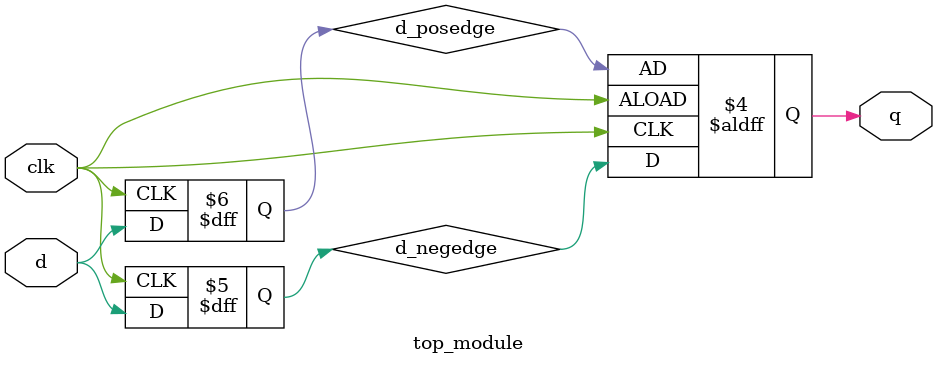
<source format=sv>
module top_module(
    input clk,
    input d,
    output reg q);

    reg d_posedge, d_negedge;

    always @(posedge clk) begin
        d_posedge <= d;
    end

    always @(negedge clk) begin
        d_negedge <= d;
    end

    always @(posedge clk or negedge clk) begin
        if (clk)
            q <= d_posedge;
        else
            q <= d_negedge;
    end

endmodule

</source>
